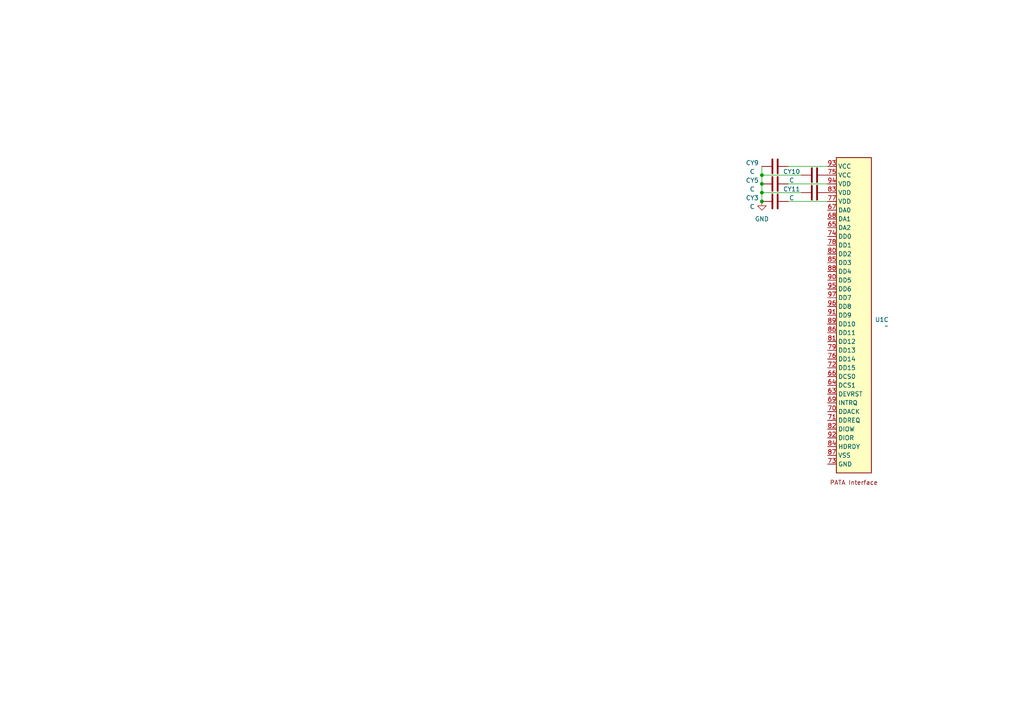
<source format=kicad_sch>
(kicad_sch (version 20231120) (generator "eeschema") (generator_version "8.0")
  (paper "A4")
  (lib_symbols
    (symbol "Device:C" (pin_numbers hide) (pin_names (offset 0.254))
      (property "Reference" "C" (at 0.635 2.54 0))
      (property "Value" "C" (at 0.635 -2.54 0))
      (symbol "C_0_1"
        (polyline (pts (xy -2.032 -0.762) (xy 2.032 -0.762)) (stroke (width 0.508)))
        (polyline (pts (xy -2.032 0.762) (xy 2.032 0.762)) (stroke (width 0.508)))
      )
      (symbol "C_1_1"
        (pin passive line (at 0 3.81 270) (length 2.794) (name "~") (number "1"))
        (pin passive line (at 0 -3.81 90) (length 2.794) (name "~") (number "2"))
      )
    )
    (symbol "XRack:VT6421A"
      (property "Reference" "U" (at 0 2.286 0))
      (symbol "VT6421A_1_1"
        (rectangle (start -5.08 0) (end 5.08 -165.1) (stroke (width 0.254)) (fill (type background)))
        (text "PCI Bus" (at 0 -168.148 0) (effects (font (size 1.27 1.27))))
        (pin bidirectional line (at -7.62 -86.36 0) (length 2.54) (name "AD26") (number "1"))
        (pin bidirectional line (at -7.62 -71.12 0) (length 2.54) (name "AD20") (number "10"))
        (pin passive line (at -7.62 -154.94 0) (length 2.54) (name "GNDP") (number "11"))
        (pin input line (at -7.62 -137.16 0) (length 2.54) (name "ATPGEN") (number "116"))
        (pin output line (at -7.62 -139.7 0) (length 2.54) (name "INTA") (number "117"))
        (pin bidirectional line (at -7.62 -142.24 0) (length 2.54) (name "GNT") (number "118"))
        (pin bidirectional line (at -7.62 -144.78 0) (length 2.54) (name "PCIRST") (number "119"))
        (pin bidirectional line (at -7.62 -68.58 0) (length 2.54) (name "AD19") (number "12"))
        (pin bidirectional line (at -7.62 -147.32 0) (length 2.54) (name "PCICLK") (number "120"))
        (pin bidirectional line (at -7.62 -149.86 0) (length 2.54) (name "REQ") (number "121"))
        (pin bidirectional line (at -7.62 -99.06 0) (length 2.54) (name "AD31") (number "122"))
        (pin bidirectional line (at -7.62 -96.52 0) (length 2.54) (name "AD30") (number "123"))
        (pin power_in line (at -7.62 -7.62 0) (length 2.54) (name "VCC") (number "124"))
        (pin bidirectional line (at -7.62 -93.98 0) (length 2.54) (name "AD29") (number "125"))
        (pin passive line (at -7.62 -162.56 0) (length 2.54) (name "GND") (number "126"))
        (pin bidirectional line (at -7.62 -91.44 0) (length 2.54) (name "AD28") (number "127"))
        (pin bidirectional line (at -7.62 -88.9 0) (length 2.54) (name "AD27") (number "128"))
        (pin bidirectional line (at -7.62 -66.04 0) (length 2.54) (name "AD18") (number "13"))
        (pin power_in line (at -7.62 -17.78 0) (length 2.54) (name "VDDP") (number "14"))
        (pin bidirectional line (at -7.62 -63.5 0) (length 2.54) (name "AD17") (number "15"))
        (pin bidirectional line (at -7.62 -60.96 0) (length 2.54) (name "AD16") (number "16"))
        (pin bidirectional line (at -7.62 -106.68 0) (length 2.54) (name "CBE2") (number "17"))
        (pin bidirectional line (at -7.62 -114.3 0) (length 2.54) (name "FRAME") (number "18"))
        (pin bidirectional line (at -7.62 -116.84 0) (length 2.54) (name "IRDY") (number "19"))
        (pin bidirectional line (at -7.62 -83.82 0) (length 2.54) (name "AD25") (number "2"))
        (pin power_in line (at -7.62 -12.7 0) (length 2.54) (name "VDD") (number "20"))
        (pin bidirectional line (at -7.62 -119.38 0) (length 2.54) (name "TRDY") (number "21"))
        (pin bidirectional line (at -7.62 -121.92 0) (length 2.54) (name "DEVSEL") (number "22"))
        (pin passive line (at -7.62 -152.4 0) (length 2.54) (name "VSS") (number "23"))
        (pin bidirectional line (at -7.62 -124.46 0) (length 2.54) (name "STOP") (number "24"))
        (pin input line (at -7.62 -127 0) (length 2.54) (name "SERR") (number "25"))
        (pin input line (at -7.62 -129.54 0) (length 2.54) (name "PERR") (number "26"))
        (pin power_in line (at -7.62 -2.54 0) (length 2.54) (name "VCC") (number "27"))
        (pin bidirectional line (at -7.62 -132.08 0) (length 2.54) (name "PAR") (number "28"))
        (pin bidirectional line (at -7.62 -104.14 0) (length 2.54) (name "CBE1") (number "29"))
        (pin bidirectional line (at -7.62 -81.28 0) (length 2.54) (name "AD24") (number "3"))
        (pin bidirectional line (at -7.62 -58.42 0) (length 2.54) (name "AD15") (number "30"))
        (pin power_in line (at -7.62 -15.24 0) (length 2.54) (name "VDD") (number "31"))
        (pin bidirectional line (at -7.62 -55.88 0) (length 2.54) (name "AD14") (number "32"))
        (pin bidirectional line (at -7.62 -53.34 0) (length 2.54) (name "AD13") (number "33"))
        (pin bidirectional line (at -7.62 -50.8 0) (length 2.54) (name "AD12") (number "34"))
        (pin bidirectional line (at -7.62 -48.26 0) (length 2.54) (name "AD11") (number "35"))
        (pin passive line (at -7.62 -157.48 0) (length 2.54) (name "GND") (number "36"))
        (pin bidirectional line (at -7.62 -45.72 0) (length 2.54) (name "AD10") (number "37"))
        (pin bidirectional line (at -7.62 -43.18 0) (length 2.54) (name "AD9") (number "38"))
        (pin bidirectional line (at -7.62 -40.64 0) (length 2.54) (name "AD8") (number "39"))
        (pin bidirectional line (at -7.62 -109.22 0) (length 2.54) (name "CBE3") (number "4"))
        (pin bidirectional line (at -7.62 -101.6 0) (length 2.54) (name "CBE0") (number "40"))
        (pin bidirectional line (at -7.62 -38.1 0) (length 2.54) (name "AD7") (number "41"))
        (pin bidirectional line (at -7.62 -35.56 0) (length 2.54) (name "AD6") (number "42"))
        (pin bidirectional line (at -7.62 -33.02 0) (length 2.54) (name "AD5") (number "43"))
        (pin power_in line (at -7.62 -5.08 0) (length 2.54) (name "VCC") (number "44"))
        (pin bidirectional line (at -7.62 -30.48 0) (length 2.54) (name "AD4") (number "45"))
        (pin bidirectional line (at -7.62 -27.94 0) (length 2.54) (name "AD3") (number "46"))
        (pin passive line (at -7.62 -160.02 0) (length 2.54) (name "GND") (number "47"))
        (pin bidirectional line (at -7.62 -25.4 0) (length 2.54) (name "AD2") (number "48"))
        (pin bidirectional line (at -7.62 -22.86 0) (length 2.54) (name "AD1") (number "49"))
        (pin bidirectional line (at -7.62 -111.76 0) (length 2.54) (name "IDSEL") (number "5"))
        (pin bidirectional line (at -7.62 -20.32 0) (length 2.54) (name "AD0") (number "50"))
        (pin input line (at -7.62 -134.62 0) (length 2.54) (name "TEST") (number "51"))
        (pin bidirectional line (at -7.62 -78.74 0) (length 2.54) (name "AD23") (number "6"))
        (pin bidirectional line (at -7.62 -76.2 0) (length 2.54) (name "AD22") (number "7"))
        (pin power_in line (at -7.62 -10.16 0) (length 2.54) (name "VDD") (number "8"))
        (pin bidirectional line (at -7.62 -73.66 0) (length 2.54) (name "AD21") (number "9"))
      )
      (symbol "VT6421A_2_1"
        (rectangle (start -5.08 0) (end 5.08 -45.72) (stroke (width 0.254)) (fill (type background)))
        (text "SATA Interface" (at 0 -49.022 0) (effects (font (size 1.27 1.27))))
        (pin input line (at -7.62 -25.4 0) (length 2.54) (name "RXP2") (number "110"))
        (pin input line (at -7.62 -27.94 0) (length 2.54) (name "RXN2") (number "111"))
        (pin power_in line (at -7.62 -2.54 0) (length 2.54) (name "VDDA") (number "112"))
        (pin passive line (at -7.62 -38.1 0) (length 2.54) (name "GNDA") (number "113"))
        (pin output line (at -7.62 -22.86 0) (length 2.54) (name "TXN2") (number "114"))
        (pin output line (at -7.62 -20.32 0) (length 2.54) (name "TXP2") (number "115"))
        (pin output line (at -7.62 -10.16 0) (length 2.54) (name "TXP1") (number "52"))
        (pin output line (at -7.62 -12.7 0) (length 2.54) (name "TXN1") (number "53"))
        (pin passive line (at -7.62 -40.64 0) (length 2.54) (name "GNDA") (number "54"))
        (pin power_in line (at -7.62 -5.08 0) (length 2.54) (name "VDDA") (number "55"))
        (pin input line (at -7.62 -17.78 0) (length 2.54) (name "RXN1") (number "56"))
        (pin input line (at -7.62 -15.24 0) (length 2.54) (name "RXP1") (number "57"))
        (pin input line (at -7.62 -30.48 0) (length 2.54) (name "REXT") (number "58"))
        (pin passive line (at -7.62 -43.18 0) (length 2.54) (name "GNDA0") (number "59"))
        (pin power_in line (at -7.62 -7.62 0) (length 2.54) (name "VDDA0") (number "60"))
        (pin output line (at -7.62 -33.02 0) (length 2.54) (name "XO") (number "61"))
        (pin input line (at -7.62 -35.56 0) (length 2.54) (name "XI") (number "62"))
      )
      (symbol "VT6421A_3_1"
        (rectangle (start -5.08 0) (end 5.08 -91.44) (stroke (width 0.254)) (fill (type background)))
        (text "PATA Interface" (at 0 -94.234 0) (effects (font (size 1.27 1.27))))
        (pin output line (at -7.62 -68.58 0) (length 2.54) (name "DEVRST") (number "63"))
        (pin output line (at -7.62 -66.04 0) (length 2.54) (name "DCS1") (number "64"))
        (pin bidirectional line (at -7.62 -20.32 0) (length 2.54) (name "DA2") (number "65"))
        (pin output line (at -7.62 -63.5 0) (length 2.54) (name "DCS0") (number "66"))
        (pin bidirectional line (at -7.62 -15.24 0) (length 2.54) (name "DA0") (number "67"))
        (pin bidirectional line (at -7.62 -17.78 0) (length 2.54) (name "DA1") (number "68"))
        (pin input line (at -7.62 -71.12 0) (length 2.54) (name "INTRQ") (number "69"))
        (pin output line (at -7.62 -73.66 0) (length 2.54) (name "DDACK") (number "70"))
        (pin input line (at -7.62 -76.2 0) (length 2.54) (name "DDREQ") (number "71"))
        (pin bidirectional line (at -7.62 -60.96 0) (length 2.54) (name "DD15") (number "72"))
        (pin passive line (at -7.62 -88.9 0) (length 2.54) (name "GND") (number "73"))
        (pin bidirectional line (at -7.62 -22.86 0) (length 2.54) (name "DD0") (number "74"))
        (pin power_in line (at -7.62 -5.08 0) (length 2.54) (name "VCC") (number "75"))
        (pin bidirectional line (at -7.62 -58.42 0) (length 2.54) (name "DD14") (number "76"))
        (pin power_in line (at -7.62 -12.7 0) (length 2.54) (name "VDD") (number "77"))
        (pin bidirectional line (at -7.62 -25.4 0) (length 2.54) (name "DD1") (number "78"))
        (pin bidirectional line (at -7.62 -55.88 0) (length 2.54) (name "DD13") (number "79"))
        (pin bidirectional line (at -7.62 -27.94 0) (length 2.54) (name "DD2") (number "80"))
        (pin bidirectional line (at -7.62 -53.34 0) (length 2.54) (name "DD12") (number "81"))
        (pin output line (at -7.62 -78.74 0) (length 2.54) (name "DIOW") (number "82"))
        (pin power_in line (at -7.62 -10.16 0) (length 2.54) (name "VDD") (number "83"))
        (pin input line (at -7.62 -83.82 0) (length 2.54) (name "HDRDY") (number "84"))
        (pin bidirectional line (at -7.62 -30.48 0) (length 2.54) (name "DD3") (number "85"))
        (pin bidirectional line (at -7.62 -50.8 0) (length 2.54) (name "DD11") (number "86"))
        (pin power_in line (at -7.62 -86.36 0) (length 2.54) (name "VSS") (number "87"))
        (pin bidirectional line (at -7.62 -33.02 0) (length 2.54) (name "DD4") (number "88"))
        (pin bidirectional line (at -7.62 -48.26 0) (length 2.54) (name "DD10") (number "89"))
        (pin bidirectional line (at -7.62 -35.56 0) (length 2.54) (name "DD5") (number "90"))
        (pin bidirectional line (at -7.62 -45.72 0) (length 2.54) (name "DD9") (number "91"))
        (pin output line (at -7.62 -81.28 0) (length 2.54) (name "DIOR") (number "92"))
        (pin power_in line (at -7.62 -2.54 0) (length 2.54) (name "VCC") (number "93"))
        (pin power_in line (at -7.62 -7.62 0) (length 2.54) (name "VDD") (number "94"))
        (pin bidirectional line (at -7.62 -38.1 0) (length 2.54) (name "DD6") (number "95"))
        (pin bidirectional line (at -7.62 -43.18 0) (length 2.54) (name "DD8") (number "96"))
        (pin bidirectional line (at -7.62 -40.64 0) (length 2.54) (name "DD7") (number "97"))
      )
      (symbol "VT6421A_4_1"
        (rectangle (start -5.08 0) (end 5.08 -20.32) (stroke (width 0.254)) (fill (type background)))
        (text "LPC Interface" (at 0 -23.114 0) (effects (font (size 1.27 1.27))))
        (pin passive line (at -7.62 -17.78 0) (length 2.54) (name "GND") (number "100"))
        (pin bidirectional line (at -7.62 -2.54 0) (length 2.54) (name "LAD0") (number "101"))
        (pin bidirectional line (at -7.62 -5.08 0) (length 2.54) (name "LAD1") (number "102"))
        (pin bidirectional line (at -7.62 -7.62 0) (length 2.54) (name "LAD2") (number "103"))
        (pin bidirectional line (at -7.62 -10.16 0) (length 2.54) (name "LAD3") (number "104"))
        (pin input line (at -7.62 -12.7 0) (length 2.54) (name "CABDET") (number "98"))
        (pin output line (at -7.62 -15.24 0) (length 2.54) (name "LFRAME#") (number "99"))
      )
      (symbol "VT6421A_5_1"
        (rectangle (start -5.08 0) (end 5.08 -15.24) (stroke (width 0.254)) (fill (type background)))
        (text "Serial EEPROM Interface" (at 0 -18.796 0) (effects (font (size 1.27 1.27))))
        (pin input line (at -7.62 -2.54 0) (length 2.54) (name "EEDO") (number "105"))
        (pin output line (at -7.62 -12.7 0) (length 2.54) (name "SATALED") (number "106"))
        (pin output line (at -7.62 -7.62 0) (length 2.54) (name "EESK") (number "107"))
        (pin output line (at -7.62 -5.08 0) (length 2.54) (name "EEDI") (number "108"))
        (pin output line (at -7.62 -10.16 0) (length 2.54) (name "EECS") (number "109"))
      )
    )
    (symbol "power:GND" (power) (pin_numbers hide) (pin_names (offset 0) hide)
      (property "Value" "GND" (at 0 -3.81 0))
      (symbol "GND_0_1"
        (polyline (pts (xy 0 0) (xy 0 -1.27) (xy 1.27 -1.27) (xy 0 -2.54) (xy -1.27 -1.27) (xy 0 -1.27)))
      )
      (symbol "GND_1_1"
        (pin power_in line (at 0 0 270) (length 0) (name "~") (number "1"))
      )
    )
  )
  (junction (at 220.98 50.8))
  (junction (at 220.98 53.34))
  (junction (at 220.98 58.42))
  (junction (at 220.98 55.88))
  (wire (pts (xy 220.98 48.26) (xy 220.98 50.8)))
  (wire (pts (xy 220.98 50.8) (xy 232.41 50.8)))
  (wire (pts (xy 220.98 53.34) (xy 220.98 55.88)))
  (wire (pts (xy 220.98 55.88) (xy 232.41 55.88)))
  (wire (pts (xy 228.6 58.42) (xy 240.03 58.42)))
  (wire (pts (xy 228.6 53.34) (xy 240.03 53.34)))
  (wire (pts (xy 220.98 50.8) (xy 220.98 53.34)))
  (wire (pts (xy 220.98 55.88) (xy 220.98 58.42)))
  (wire (pts (xy 228.6 48.26) (xy 240.03 48.26)))
  (symbol (lib_id "XRack:VT6421A") (at 247.65 45.72 0) (unit 3)
    (property "Reference" "U1" (at 253.746 92.71 0) (effects (justify left)))
    (property "Value" "~" (at 256.54 94.5543 0) (effects (justify left)))
    (property "Footprint" "Package_QFP:LQFP-128_14x20mm_P0.5mm" (effects (hide yes)))
    (property "Datasheet" "https://theretroweb.com/chip/documentation/vt6421a-641dc8837d76e713508862.pdf" (effects (hide yes)))
    (property "Description" "VIA VT6421A Serial ATA RAID Controller" (effects (hide yes)))
  )
  (symbol (lib_id "Device:C") (at 224.79 53.34 270) (mirror x) (unit 1)
    (property "Reference" "CY5" (at 218.186 52.324 90))
    (property "Value" "C" (at 218.186 54.864 90))
    (property "Description" "Unpolarized capacitor" (effects (hide yes)))
  )
  (symbol (lib_id "Device:C") (at 236.22 55.88 270) (mirror x) (unit 1)
    (property "Reference" "CY11" (at 229.616 54.864 90))
    (property "Value" "C" (at 229.616 57.404 90))
    (property "Description" "Unpolarized capacitor" (effects (hide yes)))
  )
  (symbol (lib_id "Device:C") (at 224.79 58.42 270) (mirror x) (unit 1)
    (property "Reference" "CY3" (at 218.186 57.404 90))
    (property "Value" "C" (at 218.186 59.944 90))
    (property "Description" "Unpolarized capacitor" (effects (hide yes)))
  )
  (symbol (lib_id "Device:C") (at 224.79 48.26 270) (mirror x) (unit 1)
    (property "Reference" "CY9" (at 218.186 47.244 90))
    (property "Value" "C" (at 218.186 49.784 90))
    (property "Description" "Unpolarized capacitor" (effects (hide yes)))
  )
  (symbol (lib_id "power:GND") (at 220.98 58.42 0) (unit 1)
    (property "Reference" "#PWR21" (effects (hide yes)))
    (property "Value" "GND" (at 220.98 63.5 0))
    (property "Description" "Power symbol creates a global label with name \"GND\" , ground" (effects (hide yes)))
  )
  (symbol (lib_id "Device:C") (at 236.22 50.8 270) (mirror x) (unit 1)
    (property "Reference" "CY10" (at 229.616 49.784 90))
    (property "Value" "C" (at 229.616 52.324 90))
    (property "Description" "Unpolarized capacitor" (effects (hide yes)))
  )
)
</source>
